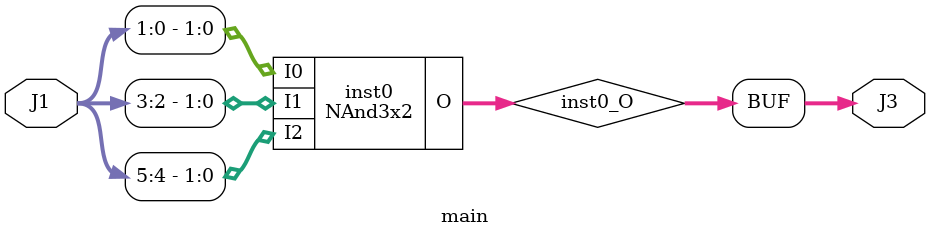
<source format=v>
module NAnd3 (input [2:0] I, output  O);
wire  inst0_O;
SB_LUT4 #(.LUT_INIT(16'h7F7F)) inst0 (.I0(I[0]), .I1(I[1]), .I2(I[2]), .I3(1'b0), .O(inst0_O));
assign O = inst0_O;
endmodule

module NAnd3x2 (input [1:0] I0, input [1:0] I1, input [1:0] I2, output [1:0] O);
wire  inst0_O;
wire  inst1_O;
NAnd3 inst0 (.I({I2[0],I1[0],I0[0]}), .O(inst0_O));
NAnd3 inst1 (.I({I2[1],I1[1],I0[1]}), .O(inst1_O));
assign O = {inst1_O,inst0_O};
endmodule

module main (input [5:0] J1, output [1:0] J3);
wire [1:0] inst0_O;
NAnd3x2 inst0 (.I0({J1[1],J1[0]}), .I1({J1[3],J1[2]}), .I2({J1[5],J1[4]}), .O(inst0_O));
assign J3 = inst0_O;
endmodule


</source>
